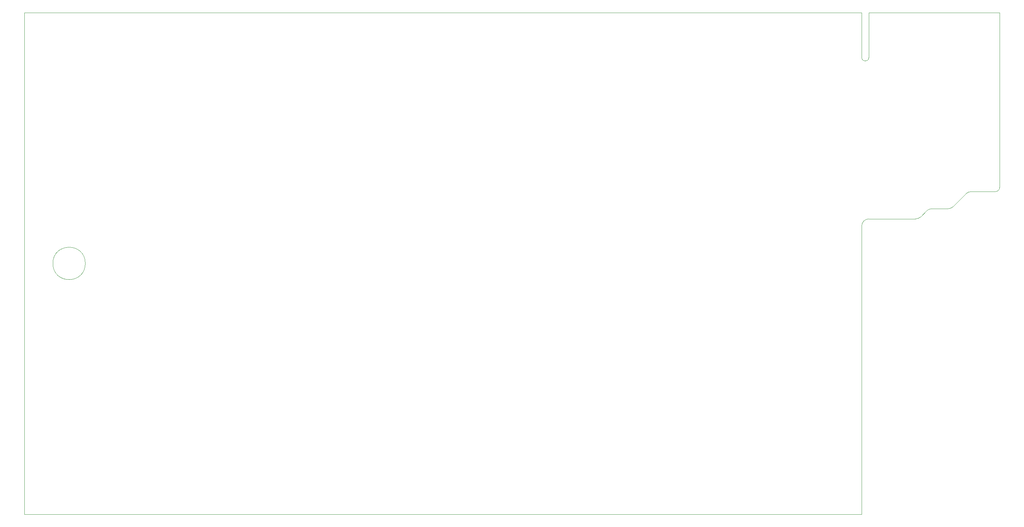
<source format=gm1>
%TF.GenerationSoftware,KiCad,Pcbnew,(5.1.9-0-10_14)*%
%TF.CreationDate,2022-11-21T01:50:29-05:00*%
%TF.ProjectId,5AhG3-12S,35416847-332d-4313-9253-2e6b69636164,rev?*%
%TF.SameCoordinates,Original*%
%TF.FileFunction,Profile,NP*%
%FSLAX46Y46*%
G04 Gerber Fmt 4.6, Leading zero omitted, Abs format (unit mm)*
G04 Created by KiCad (PCBNEW (5.1.9-0-10_14)) date 2022-11-21 01:50:29*
%MOMM*%
%LPD*%
G01*
G04 APERTURE LIST*
%TA.AperFunction,Profile*%
%ADD10C,0.050000*%
%TD*%
G04 APERTURE END LIST*
D10*
X282250000Y-85125000D02*
G75*
G02*
X280500000Y-85125000I-875000J0D01*
G01*
X314500000Y-117250000D02*
G75*
G02*
X313500000Y-118250000I-1000000J0D01*
G01*
X295007437Y-124487437D02*
G75*
G02*
X293770000Y-125000000I-1237437J1237437D01*
G01*
X303007437Y-121987437D02*
G75*
G02*
X301770000Y-122500000I-1237437J1237437D01*
G01*
X306232563Y-118762563D02*
G75*
G02*
X307470000Y-118250000I1237437J-1237437D01*
G01*
X296482563Y-123012563D02*
G75*
G02*
X297720000Y-122500000I1237437J-1237437D01*
G01*
X280500000Y-126750000D02*
G75*
G02*
X282250000Y-125000000I1750000J0D01*
G01*
X301770000Y-122500000D02*
X297720000Y-122500000D01*
X307470000Y-118250000D02*
X313500000Y-118250000D01*
X303007437Y-121987437D02*
X306232563Y-118762563D01*
X293770000Y-125000000D02*
X282250000Y-125000000D01*
X296482563Y-123012563D02*
X295007437Y-124487437D01*
X280500000Y-126750000D02*
X280500000Y-198000000D01*
X314500000Y-74000000D02*
X314500000Y-117250000D01*
X282250000Y-74000000D02*
X314500000Y-74000000D01*
X282250000Y-85125000D02*
X282250000Y-74000000D01*
X89000000Y-136000000D02*
G75*
G03*
X89000000Y-136000000I-4000000J0D01*
G01*
X74000000Y-198000000D02*
X74000000Y-74000000D01*
X280500000Y-198000000D02*
X74000000Y-198000000D01*
X280500000Y-74000000D02*
X280500000Y-85125000D01*
X74000000Y-74000000D02*
X280500000Y-74000000D01*
M02*

</source>
